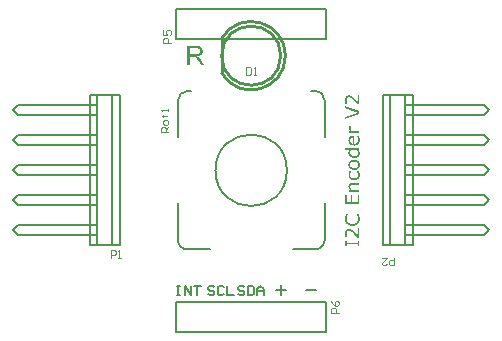
<source format=gto>
G04*
G04 #@! TF.GenerationSoftware,Altium Limited,Altium Designer,18.1.6 (161)*
G04*
G04 Layer_Color=65535*
%FSLAX25Y25*%
%MOIN*%
G70*
G01*
G75*
%ADD10C,0.01000*%
%ADD11C,0.00800*%
%ADD12C,0.00787*%
%ADD13C,0.00700*%
%ADD14C,0.00400*%
G36*
X36111Y21967D02*
X35437D01*
Y21974D01*
X35423Y21982D01*
X35386Y22026D01*
X35334Y22093D01*
X35260Y22174D01*
X35171Y22278D01*
X35075Y22389D01*
X34971Y22507D01*
X34860Y22633D01*
Y22640D01*
X34845Y22648D01*
X34808Y22692D01*
X34757Y22759D01*
X34683Y22840D01*
X34594Y22937D01*
X34498Y23047D01*
X34290Y23269D01*
X34283Y23277D01*
X34261Y23299D01*
X34231Y23329D01*
X34194Y23366D01*
X34142Y23417D01*
X34083Y23477D01*
X33950Y23603D01*
X33795Y23743D01*
X33639Y23884D01*
X33484Y24010D01*
X33410Y24069D01*
X33343Y24113D01*
X33336D01*
X33328Y24121D01*
X33306Y24135D01*
X33284Y24150D01*
X33210Y24187D01*
X33114Y24231D01*
X33003Y24269D01*
X32870Y24306D01*
X32729Y24335D01*
X32581Y24342D01*
X32574D01*
X32566D01*
X32522D01*
X32455Y24328D01*
X32366Y24313D01*
X32278Y24283D01*
X32181Y24239D01*
X32085Y24172D01*
X32004Y24091D01*
X31996Y24076D01*
X31967Y24047D01*
X31937Y23987D01*
X31893Y23913D01*
X31856Y23817D01*
X31819Y23699D01*
X31797Y23565D01*
X31789Y23410D01*
Y23358D01*
X31797Y23299D01*
X31804Y23218D01*
X31819Y23122D01*
X31834Y23018D01*
X31863Y22899D01*
X31900Y22774D01*
X31908Y22759D01*
X31922Y22715D01*
X31945Y22648D01*
X31974Y22567D01*
X32019Y22470D01*
X32078Y22359D01*
X32137Y22233D01*
X32211Y22115D01*
Y22085D01*
X31538D01*
X31530Y22093D01*
X31515Y22130D01*
X31501Y22174D01*
X31471Y22241D01*
X31441Y22330D01*
X31404Y22433D01*
X31367Y22552D01*
X31330Y22685D01*
Y22692D01*
X31323Y22700D01*
Y22722D01*
X31316Y22751D01*
X31301Y22826D01*
X31279Y22922D01*
X31264Y23033D01*
X31249Y23158D01*
X31242Y23292D01*
X31234Y23425D01*
Y23499D01*
X31242Y23543D01*
Y23610D01*
X31249Y23676D01*
X31264Y23758D01*
X31279Y23847D01*
X31323Y24024D01*
X31382Y24217D01*
X31471Y24402D01*
X31530Y24490D01*
X31589Y24572D01*
X31597Y24579D01*
X31604Y24587D01*
X31626Y24609D01*
X31656Y24638D01*
X31693Y24668D01*
X31730Y24705D01*
X31782Y24742D01*
X31841Y24787D01*
X31982Y24860D01*
X32144Y24927D01*
X32241Y24957D01*
X32337Y24979D01*
X32440Y24986D01*
X32551Y24994D01*
X32566D01*
X32596D01*
X32648D01*
X32714Y24986D01*
X32796Y24979D01*
X32884Y24964D01*
X33062Y24920D01*
X33069D01*
X33099Y24905D01*
X33143Y24890D01*
X33203Y24868D01*
X33269Y24838D01*
X33343Y24809D01*
X33506Y24720D01*
X33513Y24712D01*
X33543Y24698D01*
X33580Y24668D01*
X33632Y24638D01*
X33691Y24594D01*
X33758Y24542D01*
X33898Y24424D01*
X33906Y24417D01*
X33935Y24394D01*
X33972Y24357D01*
X34024Y24313D01*
X34083Y24246D01*
X34157Y24180D01*
X34239Y24106D01*
X34320Y24017D01*
X34335Y24002D01*
X34379Y23958D01*
X34446Y23891D01*
X34527Y23802D01*
X34631Y23691D01*
X34742Y23573D01*
X34860Y23447D01*
X34979Y23306D01*
Y23299D01*
X34993Y23292D01*
X35030Y23247D01*
X35090Y23173D01*
X35164Y23085D01*
X35252Y22981D01*
X35356Y22870D01*
X35556Y22626D01*
Y25194D01*
X36111D01*
Y21967D01*
D02*
G37*
G36*
Y19621D02*
Y18770D01*
X31330Y17031D01*
Y17705D01*
X35548Y19214D01*
X31330Y20717D01*
Y21368D01*
X36111Y19621D01*
D02*
G37*
G36*
X33180Y14612D02*
X33173Y14597D01*
Y14567D01*
X33166Y14537D01*
X33151Y14456D01*
X33136Y14360D01*
Y14338D01*
X33129Y14308D01*
Y14234D01*
X33121Y14182D01*
Y14019D01*
X33129Y13960D01*
X33136Y13894D01*
X33151Y13812D01*
X33173Y13716D01*
X33203Y13620D01*
X33247Y13524D01*
X33254Y13509D01*
X33269Y13479D01*
X33299Y13428D01*
X33336Y13368D01*
X33380Y13287D01*
X33432Y13205D01*
X33499Y13117D01*
X33565Y13028D01*
X36111D01*
Y12421D01*
X32522D01*
Y13028D01*
X33055D01*
Y13035D01*
X33040Y13043D01*
X33010Y13087D01*
X32958Y13154D01*
X32892Y13242D01*
X32825Y13339D01*
X32759Y13442D01*
X32699Y13553D01*
X32648Y13657D01*
X32640Y13672D01*
X32625Y13701D01*
X32611Y13760D01*
X32581Y13827D01*
X32559Y13916D01*
X32544Y14005D01*
X32529Y14108D01*
X32522Y14212D01*
Y14301D01*
X32529Y14375D01*
Y14404D01*
X32537Y14434D01*
Y14449D01*
X32544Y14493D01*
X32551Y14560D01*
X32566Y14656D01*
X33180D01*
Y14612D01*
D02*
G37*
G36*
X34387Y8862D02*
X34401D01*
X34446D01*
X34505Y8869D01*
X34586Y8877D01*
X34675Y8884D01*
X34771Y8906D01*
X34868Y8928D01*
X34964Y8958D01*
X34971Y8965D01*
X35001Y8973D01*
X35053Y8995D01*
X35104Y9032D01*
X35171Y9069D01*
X35238Y9113D01*
X35304Y9172D01*
X35363Y9232D01*
X35371Y9239D01*
X35386Y9261D01*
X35415Y9298D01*
X35452Y9343D01*
X35489Y9402D01*
X35526Y9469D01*
X35563Y9543D01*
X35593Y9624D01*
Y9631D01*
X35608Y9668D01*
X35615Y9713D01*
X35630Y9779D01*
X35645Y9853D01*
X35652Y9942D01*
X35667Y10031D01*
Y10201D01*
X35659Y10268D01*
X35652Y10364D01*
X35630Y10475D01*
X35608Y10601D01*
X35571Y10734D01*
X35526Y10875D01*
Y10882D01*
X35519Y10889D01*
X35504Y10934D01*
X35474Y11000D01*
X35430Y11082D01*
X35341Y11252D01*
X35282Y11333D01*
X35230Y11400D01*
Y11437D01*
X35896D01*
X35904Y11422D01*
X35918Y11385D01*
X35941Y11319D01*
X35970Y11244D01*
X36007Y11148D01*
X36037Y11037D01*
X36074Y10926D01*
X36111Y10808D01*
Y10793D01*
X36126Y10756D01*
X36133Y10689D01*
X36148Y10608D01*
X36163Y10504D01*
X36177Y10394D01*
X36185Y10268D01*
X36192Y10142D01*
Y10053D01*
X36185Y9994D01*
X36177Y9920D01*
X36170Y9831D01*
X36155Y9735D01*
X36133Y9631D01*
X36074Y9409D01*
X36037Y9291D01*
X35992Y9172D01*
X35933Y9061D01*
X35867Y8951D01*
X35793Y8839D01*
X35711Y8743D01*
X35704Y8736D01*
X35689Y8721D01*
X35659Y8699D01*
X35622Y8669D01*
X35571Y8625D01*
X35511Y8588D01*
X35437Y8544D01*
X35356Y8499D01*
X35267Y8447D01*
X35164Y8403D01*
X35053Y8366D01*
X34927Y8329D01*
X34801Y8292D01*
X34653Y8270D01*
X34505Y8255D01*
X34342Y8247D01*
X34335D01*
X34305D01*
X34261D01*
X34194Y8255D01*
X34120Y8262D01*
X34039Y8270D01*
X33943Y8285D01*
X33839Y8307D01*
X33617Y8366D01*
X33499Y8403D01*
X33380Y8447D01*
X33262Y8506D01*
X33151Y8573D01*
X33047Y8647D01*
X32944Y8728D01*
X32936Y8736D01*
X32921Y8751D01*
X32899Y8780D01*
X32862Y8817D01*
X32825Y8862D01*
X32781Y8921D01*
X32729Y8987D01*
X32685Y9069D01*
X32633Y9150D01*
X32588Y9246D01*
X32544Y9350D01*
X32507Y9469D01*
X32470Y9587D01*
X32448Y9713D01*
X32433Y9853D01*
X32426Y9994D01*
Y10061D01*
X32433Y10112D01*
X32440Y10171D01*
X32448Y10245D01*
X32463Y10319D01*
X32477Y10408D01*
X32529Y10586D01*
X32566Y10682D01*
X32603Y10771D01*
X32655Y10860D01*
X32714Y10949D01*
X32781Y11037D01*
X32855Y11111D01*
X32862Y11119D01*
X32877Y11126D01*
X32899Y11148D01*
X32936Y11170D01*
X32973Y11208D01*
X33032Y11237D01*
X33092Y11274D01*
X33166Y11311D01*
X33247Y11348D01*
X33336Y11385D01*
X33432Y11422D01*
X33543Y11452D01*
X33661Y11474D01*
X33787Y11496D01*
X33920Y11503D01*
X34061Y11511D01*
X34387D01*
Y8862D01*
D02*
G37*
G36*
X36111Y6708D02*
X35733D01*
X35741Y6694D01*
X35770Y6664D01*
X35815Y6612D01*
X35867Y6538D01*
X35918Y6457D01*
X35978Y6368D01*
X36037Y6264D01*
X36089Y6161D01*
X36096Y6146D01*
X36103Y6109D01*
X36126Y6057D01*
X36148Y5976D01*
X36170Y5887D01*
X36185Y5783D01*
X36200Y5672D01*
X36207Y5547D01*
Y5487D01*
X36200Y5443D01*
X36192Y5384D01*
X36177Y5325D01*
X36148Y5176D01*
X36089Y5014D01*
X36052Y4932D01*
X36000Y4843D01*
X35948Y4762D01*
X35881Y4681D01*
X35807Y4599D01*
X35719Y4525D01*
X35711Y4518D01*
X35696Y4510D01*
X35667Y4488D01*
X35630Y4466D01*
X35578Y4436D01*
X35519Y4407D01*
X35445Y4370D01*
X35363Y4340D01*
X35267Y4303D01*
X35164Y4266D01*
X35053Y4237D01*
X34934Y4207D01*
X34801Y4185D01*
X34660Y4163D01*
X34505Y4155D01*
X34350Y4148D01*
X34342D01*
X34327D01*
X34305D01*
X34276D01*
X34231Y4155D01*
X34187D01*
X34076Y4163D01*
X33950Y4177D01*
X33809Y4200D01*
X33669Y4229D01*
X33536Y4274D01*
X33528D01*
X33521Y4281D01*
X33476Y4296D01*
X33410Y4326D01*
X33328Y4370D01*
X33232Y4422D01*
X33129Y4481D01*
X33025Y4547D01*
X32929Y4629D01*
X32921Y4636D01*
X32892Y4666D01*
X32847Y4710D01*
X32788Y4769D01*
X32729Y4843D01*
X32670Y4932D01*
X32611Y5029D01*
X32559Y5132D01*
X32551Y5147D01*
X32537Y5184D01*
X32514Y5243D01*
X32492Y5317D01*
X32470Y5413D01*
X32448Y5517D01*
X32433Y5621D01*
X32426Y5739D01*
Y5843D01*
X32433Y5909D01*
X32440Y5991D01*
X32455Y6072D01*
X32492Y6242D01*
Y6250D01*
X32500Y6279D01*
X32514Y6323D01*
X32537Y6383D01*
X32559Y6457D01*
X32588Y6531D01*
X32670Y6708D01*
X31116D01*
Y7315D01*
X36111D01*
Y6708D01*
D02*
G37*
G36*
X34468Y3460D02*
X34542Y3452D01*
X34623Y3445D01*
X34720Y3430D01*
X34823Y3408D01*
X35045Y3356D01*
X35156Y3319D01*
X35275Y3275D01*
X35386Y3223D01*
X35497Y3164D01*
X35608Y3097D01*
X35704Y3016D01*
X35711Y3008D01*
X35726Y2994D01*
X35748Y2971D01*
X35785Y2934D01*
X35822Y2890D01*
X35859Y2831D01*
X35911Y2771D01*
X35955Y2698D01*
X36000Y2616D01*
X36044Y2520D01*
X36089Y2424D01*
X36126Y2320D01*
X36163Y2202D01*
X36185Y2076D01*
X36200Y1950D01*
X36207Y1809D01*
Y1736D01*
X36200Y1684D01*
X36192Y1617D01*
X36177Y1543D01*
X36163Y1462D01*
X36140Y1373D01*
X36081Y1180D01*
X36044Y1077D01*
X35992Y973D01*
X35933Y877D01*
X35867Y781D01*
X35793Y685D01*
X35704Y596D01*
X35696Y588D01*
X35682Y574D01*
X35652Y551D01*
X35608Y529D01*
X35563Y492D01*
X35497Y455D01*
X35423Y418D01*
X35341Y374D01*
X35245Y329D01*
X35141Y292D01*
X35030Y255D01*
X34905Y219D01*
X34771Y196D01*
X34631Y174D01*
X34483Y159D01*
X34320Y152D01*
X34313D01*
X34283D01*
X34239D01*
X34172Y159D01*
X34098Y167D01*
X34017Y174D01*
X33920Y189D01*
X33817Y211D01*
X33595Y263D01*
X33484Y300D01*
X33365Y337D01*
X33254Y389D01*
X33143Y448D01*
X33032Y514D01*
X32936Y596D01*
X32929Y603D01*
X32914Y618D01*
X32892Y640D01*
X32855Y677D01*
X32818Y722D01*
X32773Y781D01*
X32729Y840D01*
X32677Y914D01*
X32633Y1003D01*
X32588Y1092D01*
X32544Y1188D01*
X32507Y1299D01*
X32470Y1417D01*
X32448Y1536D01*
X32433Y1669D01*
X32426Y1809D01*
Y1884D01*
X32433Y1935D01*
X32440Y2002D01*
X32455Y2076D01*
X32470Y2157D01*
X32492Y2246D01*
X32514Y2335D01*
X32551Y2438D01*
X32588Y2535D01*
X32640Y2638D01*
X32699Y2734D01*
X32766Y2838D01*
X32847Y2927D01*
X32936Y3016D01*
X32944Y3023D01*
X32958Y3038D01*
X32988Y3060D01*
X33032Y3090D01*
X33084Y3119D01*
X33143Y3156D01*
X33217Y3201D01*
X33299Y3245D01*
X33395Y3282D01*
X33499Y3326D01*
X33610Y3364D01*
X33735Y3401D01*
X33869Y3423D01*
X34009Y3445D01*
X34157Y3460D01*
X34320Y3467D01*
X34327D01*
X34357D01*
X34401D01*
X34468Y3460D01*
D02*
G37*
G36*
X35896Y-381D02*
X35911Y-418D01*
X35941Y-477D01*
X35970Y-551D01*
X36007Y-640D01*
X36044Y-736D01*
X36111Y-943D01*
Y-958D01*
X36126Y-988D01*
X36133Y-1047D01*
X36148Y-1121D01*
X36163Y-1202D01*
X36177Y-1299D01*
X36185Y-1409D01*
X36192Y-1520D01*
Y-1587D01*
X36185Y-1661D01*
X36177Y-1750D01*
X36163Y-1861D01*
X36148Y-1979D01*
X36118Y-2105D01*
X36081Y-2231D01*
X36074Y-2246D01*
X36059Y-2283D01*
X36037Y-2349D01*
X35992Y-2423D01*
X35948Y-2512D01*
X35889Y-2601D01*
X35815Y-2697D01*
X35733Y-2786D01*
X35726Y-2793D01*
X35689Y-2823D01*
X35645Y-2867D01*
X35578Y-2919D01*
X35489Y-2978D01*
X35393Y-3038D01*
X35282Y-3097D01*
X35156Y-3148D01*
X35149D01*
X35141Y-3156D01*
X35119Y-3163D01*
X35090Y-3171D01*
X35016Y-3185D01*
X34919Y-3208D01*
X34801Y-3237D01*
X34653Y-3252D01*
X34498Y-3267D01*
X34327Y-3274D01*
X34320D01*
X34290D01*
X34246D01*
X34179Y-3267D01*
X34105Y-3260D01*
X34024Y-3252D01*
X33928Y-3237D01*
X33824Y-3215D01*
X33602Y-3156D01*
X33484Y-3119D01*
X33373Y-3074D01*
X33254Y-3015D01*
X33151Y-2949D01*
X33040Y-2875D01*
X32944Y-2793D01*
X32936Y-2786D01*
X32921Y-2771D01*
X32899Y-2741D01*
X32862Y-2705D01*
X32825Y-2660D01*
X32781Y-2601D01*
X32736Y-2534D01*
X32692Y-2453D01*
X32648Y-2364D01*
X32596Y-2268D01*
X32559Y-2164D01*
X32522Y-2053D01*
X32485Y-1935D01*
X32463Y-1802D01*
X32448Y-1668D01*
X32440Y-1520D01*
Y-1469D01*
X32448Y-1409D01*
Y-1328D01*
X32463Y-1232D01*
X32477Y-1136D01*
X32500Y-1025D01*
X32529Y-914D01*
X32537Y-899D01*
X32544Y-862D01*
X32566Y-810D01*
X32588Y-736D01*
X32618Y-647D01*
X32655Y-558D01*
X32744Y-366D01*
X33410D01*
Y-403D01*
X33402Y-418D01*
X33373Y-447D01*
X33336Y-507D01*
X33291Y-573D01*
X33240Y-662D01*
X33188Y-758D01*
X33129Y-862D01*
X33084Y-973D01*
X33077Y-988D01*
X33062Y-1025D01*
X33047Y-1084D01*
X33025Y-1158D01*
X33003Y-1247D01*
X32981Y-1343D01*
X32973Y-1446D01*
X32966Y-1550D01*
Y-1602D01*
X32973Y-1632D01*
Y-1676D01*
X32981Y-1728D01*
X33010Y-1839D01*
X33047Y-1972D01*
X33114Y-2105D01*
X33195Y-2238D01*
X33254Y-2297D01*
X33314Y-2357D01*
X33321D01*
X33328Y-2372D01*
X33351Y-2386D01*
X33380Y-2401D01*
X33417Y-2423D01*
X33462Y-2453D01*
X33513Y-2475D01*
X33573Y-2505D01*
X33639Y-2534D01*
X33713Y-2557D01*
X33795Y-2586D01*
X33891Y-2608D01*
X33987Y-2623D01*
X34091Y-2638D01*
X34209Y-2653D01*
X34327D01*
X34335D01*
X34357D01*
X34387D01*
X34431Y-2645D01*
X34490D01*
X34549Y-2638D01*
X34690Y-2616D01*
X34853Y-2579D01*
X35016Y-2534D01*
X35178Y-2460D01*
X35319Y-2364D01*
X35334Y-2349D01*
X35371Y-2312D01*
X35430Y-2246D01*
X35489Y-2157D01*
X35556Y-2039D01*
X35615Y-1898D01*
X35652Y-1735D01*
X35659Y-1646D01*
X35667Y-1550D01*
Y-1484D01*
X35659Y-1432D01*
Y-1380D01*
X35645Y-1313D01*
X35622Y-1180D01*
Y-1173D01*
X35615Y-1151D01*
X35600Y-1113D01*
X35593Y-1062D01*
X35548Y-951D01*
X35497Y-832D01*
Y-825D01*
X35482Y-810D01*
X35474Y-781D01*
X35452Y-751D01*
X35408Y-669D01*
X35356Y-588D01*
Y-581D01*
X35341Y-566D01*
X35312Y-521D01*
X35267Y-462D01*
X35223Y-403D01*
Y-366D01*
X35889D01*
X35896Y-381D01*
D02*
G37*
G36*
X36111Y-4791D02*
X34076D01*
X34061D01*
X34031D01*
X33987D01*
X33920D01*
X33854Y-4799D01*
X33772Y-4806D01*
X33610Y-4821D01*
X33602D01*
X33573Y-4828D01*
X33536Y-4836D01*
X33484Y-4843D01*
X33373Y-4880D01*
X33321Y-4902D01*
X33269Y-4932D01*
X33262D01*
X33247Y-4947D01*
X33225Y-4969D01*
X33195Y-4991D01*
X33129Y-5065D01*
X33069Y-5161D01*
Y-5169D01*
X33062Y-5191D01*
X33047Y-5221D01*
X33032Y-5265D01*
X33025Y-5324D01*
X33010Y-5391D01*
X33003Y-5465D01*
Y-5598D01*
X33010Y-5642D01*
X33018Y-5709D01*
X33032Y-5790D01*
X33055Y-5872D01*
X33084Y-5968D01*
X33129Y-6072D01*
X33136Y-6086D01*
X33151Y-6116D01*
X33173Y-6168D01*
X33210Y-6234D01*
X33254Y-6316D01*
X33306Y-6397D01*
X33373Y-6493D01*
X33439Y-6582D01*
X36111D01*
Y-7189D01*
X32522D01*
Y-6582D01*
X32929D01*
X32921Y-6567D01*
X32892Y-6530D01*
X32847Y-6479D01*
X32796Y-6404D01*
X32736Y-6316D01*
X32670Y-6219D01*
X32611Y-6116D01*
X32559Y-6005D01*
X32551Y-5990D01*
X32537Y-5953D01*
X32514Y-5894D01*
X32492Y-5813D01*
X32470Y-5716D01*
X32448Y-5613D01*
X32433Y-5502D01*
X32426Y-5383D01*
Y-5324D01*
X32433Y-5287D01*
Y-5235D01*
X32440Y-5184D01*
X32470Y-5050D01*
X32514Y-4910D01*
X32574Y-4762D01*
X32662Y-4621D01*
X32722Y-4555D01*
X32781Y-4495D01*
X32788Y-4488D01*
X32796Y-4481D01*
X32818Y-4466D01*
X32847Y-4443D01*
X32884Y-4421D01*
X32929Y-4399D01*
X32981Y-4369D01*
X33040Y-4340D01*
X33106Y-4310D01*
X33180Y-4281D01*
X33262Y-4259D01*
X33351Y-4236D01*
X33447Y-4214D01*
X33558Y-4199D01*
X33787Y-4185D01*
X36111D01*
Y-4791D01*
D02*
G37*
G36*
Y-11296D02*
X31330D01*
Y-8144D01*
X31893D01*
Y-10660D01*
X33203D01*
Y-8144D01*
X33765D01*
Y-10660D01*
X35548D01*
Y-8144D01*
X36111D01*
Y-11296D01*
D02*
G37*
G36*
X35770Y-14522D02*
X35785Y-14545D01*
X35800Y-14581D01*
X35815Y-14618D01*
X35867Y-14729D01*
X35918Y-14841D01*
Y-14848D01*
X35933Y-14863D01*
X35941Y-14900D01*
X35963Y-14937D01*
X35985Y-14996D01*
X36007Y-15055D01*
X36029Y-15129D01*
X36059Y-15211D01*
Y-15218D01*
X36066Y-15247D01*
X36074Y-15284D01*
X36089Y-15336D01*
X36103Y-15403D01*
X36118Y-15477D01*
X36155Y-15640D01*
Y-15647D01*
X36163Y-15677D01*
X36170Y-15729D01*
X36177Y-15788D01*
X36185Y-15862D01*
X36192Y-15950D01*
X36200Y-16039D01*
Y-16232D01*
X36192Y-16276D01*
Y-16328D01*
X36185Y-16454D01*
X36163Y-16602D01*
X36140Y-16757D01*
X36103Y-16927D01*
X36059Y-17090D01*
Y-17097D01*
X36052Y-17112D01*
X36044Y-17134D01*
X36029Y-17164D01*
X35992Y-17238D01*
X35948Y-17342D01*
X35881Y-17453D01*
X35800Y-17579D01*
X35711Y-17704D01*
X35600Y-17830D01*
X35585Y-17845D01*
X35541Y-17882D01*
X35474Y-17934D01*
X35386Y-18008D01*
X35275Y-18082D01*
X35141Y-18163D01*
X34993Y-18245D01*
X34823Y-18311D01*
X34816D01*
X34801Y-18318D01*
X34779Y-18326D01*
X34742Y-18341D01*
X34697Y-18348D01*
X34638Y-18363D01*
X34579Y-18378D01*
X34505Y-18393D01*
X34350Y-18429D01*
X34165Y-18452D01*
X33950Y-18474D01*
X33728Y-18481D01*
X33721D01*
X33698D01*
X33669D01*
X33624D01*
X33573Y-18474D01*
X33513D01*
X33447Y-18466D01*
X33373Y-18459D01*
X33210Y-18444D01*
X33032Y-18415D01*
X32847Y-18370D01*
X32670Y-18318D01*
X32662D01*
X32648Y-18311D01*
X32625Y-18304D01*
X32588Y-18289D01*
X32507Y-18245D01*
X32396Y-18193D01*
X32270Y-18126D01*
X32137Y-18045D01*
X32004Y-17948D01*
X31878Y-17838D01*
X31863Y-17823D01*
X31826Y-17786D01*
X31774Y-17719D01*
X31700Y-17630D01*
X31626Y-17527D01*
X31545Y-17401D01*
X31471Y-17260D01*
X31404Y-17105D01*
Y-17097D01*
X31397Y-17083D01*
X31390Y-17061D01*
X31375Y-17031D01*
X31367Y-16986D01*
X31353Y-16942D01*
X31316Y-16824D01*
X31286Y-16676D01*
X31264Y-16513D01*
X31242Y-16335D01*
X31234Y-16143D01*
Y-16076D01*
X31242Y-16002D01*
X31249Y-15899D01*
X31256Y-15788D01*
X31271Y-15654D01*
X31301Y-15514D01*
X31330Y-15373D01*
Y-15366D01*
X31338Y-15359D01*
Y-15336D01*
X31345Y-15307D01*
X31375Y-15225D01*
X31404Y-15122D01*
X31449Y-14996D01*
X31508Y-14848D01*
X31575Y-14685D01*
X31656Y-14515D01*
X32411D01*
Y-14567D01*
X32403Y-14574D01*
X32396Y-14581D01*
X32381Y-14604D01*
X32359Y-14633D01*
X32300Y-14715D01*
X32226Y-14811D01*
X32152Y-14929D01*
X32070Y-15063D01*
X31996Y-15203D01*
X31937Y-15351D01*
Y-15359D01*
X31930Y-15366D01*
X31922Y-15388D01*
X31915Y-15418D01*
X31885Y-15499D01*
X31856Y-15603D01*
X31834Y-15729D01*
X31804Y-15869D01*
X31789Y-16025D01*
X31782Y-16187D01*
Y-16247D01*
X31789Y-16320D01*
X31797Y-16402D01*
X31811Y-16506D01*
X31834Y-16616D01*
X31863Y-16727D01*
X31900Y-16838D01*
X31908Y-16853D01*
X31922Y-16890D01*
X31952Y-16942D01*
X31989Y-17009D01*
X32041Y-17090D01*
X32107Y-17179D01*
X32181Y-17268D01*
X32270Y-17357D01*
X32278Y-17364D01*
X32315Y-17393D01*
X32366Y-17431D01*
X32433Y-17482D01*
X32522Y-17541D01*
X32625Y-17593D01*
X32744Y-17652D01*
X32877Y-17704D01*
X32884D01*
X32892Y-17712D01*
X32914D01*
X32944Y-17719D01*
X33018Y-17741D01*
X33121Y-17763D01*
X33247Y-17786D01*
X33395Y-17800D01*
X33550Y-17815D01*
X33728Y-17823D01*
X33735D01*
X33750D01*
X33780D01*
X33809D01*
X33854Y-17815D01*
X33906D01*
X34024Y-17808D01*
X34165Y-17793D01*
X34305Y-17763D01*
X34461Y-17734D01*
X34601Y-17689D01*
X34609D01*
X34616Y-17682D01*
X34660Y-17667D01*
X34727Y-17638D01*
X34808Y-17593D01*
X34905Y-17541D01*
X35001Y-17482D01*
X35097Y-17416D01*
X35186Y-17334D01*
X35193Y-17327D01*
X35223Y-17297D01*
X35267Y-17245D01*
X35319Y-17186D01*
X35378Y-17112D01*
X35437Y-17023D01*
X35497Y-16920D01*
X35541Y-16816D01*
X35548Y-16802D01*
X35556Y-16765D01*
X35578Y-16705D01*
X35593Y-16624D01*
X35615Y-16528D01*
X35637Y-16417D01*
X35645Y-16306D01*
X35652Y-16180D01*
Y-16098D01*
X35645Y-16061D01*
Y-16017D01*
X35630Y-15899D01*
X35615Y-15766D01*
X35585Y-15625D01*
X35548Y-15470D01*
X35497Y-15322D01*
Y-15314D01*
X35489Y-15307D01*
X35482Y-15284D01*
X35467Y-15255D01*
X35430Y-15173D01*
X35378Y-15077D01*
X35312Y-14959D01*
X35230Y-14833D01*
X35134Y-14700D01*
X35023Y-14567D01*
Y-14515D01*
X35770D01*
Y-14522D01*
D02*
G37*
G36*
X36111Y-22514D02*
X35437D01*
Y-22507D01*
X35423Y-22500D01*
X35386Y-22455D01*
X35334Y-22388D01*
X35260Y-22307D01*
X35171Y-22204D01*
X35075Y-22093D01*
X34971Y-21974D01*
X34860Y-21848D01*
Y-21841D01*
X34845Y-21834D01*
X34808Y-21789D01*
X34757Y-21723D01*
X34683Y-21641D01*
X34594Y-21545D01*
X34498Y-21434D01*
X34290Y-21212D01*
X34283Y-21204D01*
X34261Y-21182D01*
X34231Y-21153D01*
X34194Y-21116D01*
X34142Y-21064D01*
X34083Y-21005D01*
X33950Y-20879D01*
X33795Y-20738D01*
X33639Y-20598D01*
X33484Y-20472D01*
X33410Y-20413D01*
X33343Y-20368D01*
X33336D01*
X33328Y-20361D01*
X33306Y-20346D01*
X33284Y-20331D01*
X33210Y-20294D01*
X33114Y-20250D01*
X33003Y-20213D01*
X32870Y-20176D01*
X32729Y-20146D01*
X32581Y-20139D01*
X32574D01*
X32566D01*
X32522D01*
X32455Y-20154D01*
X32366Y-20168D01*
X32278Y-20198D01*
X32181Y-20243D01*
X32085Y-20309D01*
X32004Y-20391D01*
X31996Y-20405D01*
X31967Y-20435D01*
X31937Y-20494D01*
X31893Y-20568D01*
X31856Y-20664D01*
X31819Y-20783D01*
X31797Y-20916D01*
X31789Y-21071D01*
Y-21123D01*
X31797Y-21182D01*
X31804Y-21264D01*
X31819Y-21360D01*
X31834Y-21463D01*
X31863Y-21582D01*
X31900Y-21708D01*
X31908Y-21723D01*
X31922Y-21767D01*
X31945Y-21834D01*
X31974Y-21915D01*
X32019Y-22011D01*
X32078Y-22122D01*
X32137Y-22248D01*
X32211Y-22366D01*
Y-22396D01*
X31538D01*
X31530Y-22388D01*
X31515Y-22352D01*
X31501Y-22307D01*
X31471Y-22241D01*
X31441Y-22152D01*
X31404Y-22048D01*
X31367Y-21930D01*
X31330Y-21797D01*
Y-21789D01*
X31323Y-21782D01*
Y-21759D01*
X31316Y-21730D01*
X31301Y-21656D01*
X31279Y-21560D01*
X31264Y-21449D01*
X31249Y-21323D01*
X31242Y-21190D01*
X31234Y-21057D01*
Y-20982D01*
X31242Y-20938D01*
Y-20872D01*
X31249Y-20805D01*
X31264Y-20723D01*
X31279Y-20635D01*
X31323Y-20457D01*
X31382Y-20265D01*
X31471Y-20080D01*
X31530Y-19991D01*
X31589Y-19909D01*
X31597Y-19902D01*
X31604Y-19895D01*
X31626Y-19873D01*
X31656Y-19843D01*
X31693Y-19813D01*
X31730Y-19776D01*
X31782Y-19739D01*
X31841Y-19695D01*
X31982Y-19621D01*
X32144Y-19554D01*
X32241Y-19525D01*
X32337Y-19502D01*
X32440Y-19495D01*
X32551Y-19488D01*
X32566D01*
X32596D01*
X32648D01*
X32714Y-19495D01*
X32796Y-19502D01*
X32884Y-19517D01*
X33062Y-19562D01*
X33069D01*
X33099Y-19577D01*
X33143Y-19591D01*
X33203Y-19613D01*
X33269Y-19643D01*
X33343Y-19673D01*
X33506Y-19761D01*
X33513Y-19769D01*
X33543Y-19784D01*
X33580Y-19813D01*
X33632Y-19843D01*
X33691Y-19887D01*
X33758Y-19939D01*
X33898Y-20057D01*
X33906Y-20065D01*
X33935Y-20087D01*
X33972Y-20124D01*
X34024Y-20168D01*
X34083Y-20235D01*
X34157Y-20302D01*
X34239Y-20376D01*
X34320Y-20464D01*
X34335Y-20479D01*
X34379Y-20524D01*
X34446Y-20590D01*
X34527Y-20679D01*
X34631Y-20790D01*
X34742Y-20909D01*
X34860Y-21034D01*
X34979Y-21175D01*
Y-21182D01*
X34993Y-21190D01*
X35030Y-21234D01*
X35090Y-21308D01*
X35164Y-21397D01*
X35252Y-21500D01*
X35356Y-21611D01*
X35556Y-21856D01*
Y-19288D01*
X36111D01*
Y-22514D01*
D02*
G37*
G36*
Y-25363D02*
X35622D01*
Y-24734D01*
X31819D01*
Y-25363D01*
X31330D01*
Y-23469D01*
X31819D01*
Y-24098D01*
X35622D01*
Y-23469D01*
X36111D01*
Y-25363D01*
D02*
G37*
G36*
X-18192Y41431D02*
X-18109D01*
X-17915Y41422D01*
X-17711Y41394D01*
X-17489Y41366D01*
X-17286Y41320D01*
X-17184Y41292D01*
X-17101Y41265D01*
X-17091D01*
X-17082Y41255D01*
X-17027Y41228D01*
X-16943Y41191D01*
X-16842Y41126D01*
X-16731Y41043D01*
X-16610Y40932D01*
X-16499Y40802D01*
X-16388Y40654D01*
Y40645D01*
X-16379Y40636D01*
X-16342Y40580D01*
X-16305Y40488D01*
X-16250Y40367D01*
X-16203Y40229D01*
X-16157Y40062D01*
X-16129Y39886D01*
X-16120Y39692D01*
Y39683D01*
Y39664D01*
Y39627D01*
X-16129Y39581D01*
Y39516D01*
X-16139Y39452D01*
X-16176Y39294D01*
X-16231Y39109D01*
X-16305Y38915D01*
X-16416Y38721D01*
X-16490Y38628D01*
X-16564Y38536D01*
X-16573Y38527D01*
X-16583Y38517D01*
X-16610Y38490D01*
X-16647Y38462D01*
X-16694Y38425D01*
X-16749Y38388D01*
X-16823Y38342D01*
X-16897Y38286D01*
X-16990Y38240D01*
X-17091Y38194D01*
X-17202Y38138D01*
X-17323Y38092D01*
X-17461Y38055D01*
X-17600Y38009D01*
X-17757Y37981D01*
X-17924Y37953D01*
X-17905Y37944D01*
X-17868Y37925D01*
X-17813Y37888D01*
X-17739Y37851D01*
X-17572Y37750D01*
X-17489Y37685D01*
X-17415Y37629D01*
X-17397Y37611D01*
X-17350Y37565D01*
X-17276Y37491D01*
X-17184Y37398D01*
X-17082Y37269D01*
X-16962Y37130D01*
X-16842Y36963D01*
X-16712Y36778D01*
X-15611Y35039D01*
X-16666D01*
X-17508Y36371D01*
Y36381D01*
X-17526Y36399D01*
X-17545Y36427D01*
X-17572Y36464D01*
X-17637Y36566D01*
X-17720Y36695D01*
X-17822Y36834D01*
X-17924Y36982D01*
X-18026Y37121D01*
X-18118Y37250D01*
X-18127Y37259D01*
X-18155Y37296D01*
X-18201Y37352D01*
X-18266Y37417D01*
X-18405Y37555D01*
X-18479Y37620D01*
X-18553Y37676D01*
X-18562Y37685D01*
X-18581Y37694D01*
X-18618Y37713D01*
X-18673Y37740D01*
X-18729Y37768D01*
X-18793Y37796D01*
X-18941Y37842D01*
X-18951D01*
X-18969Y37851D01*
X-19006D01*
X-19052Y37861D01*
X-19117Y37870D01*
X-19191D01*
X-19293Y37879D01*
X-20384D01*
Y35039D01*
X-21235D01*
Y41440D01*
X-18266D01*
X-18192Y41431D01*
D02*
G37*
%LPC*%
G36*
X33920Y10926D02*
X33913D01*
X33898D01*
X33876D01*
X33839Y10919D01*
X33758Y10911D01*
X33654Y10897D01*
X33536Y10867D01*
X33410Y10823D01*
X33291Y10763D01*
X33188Y10682D01*
X33173Y10675D01*
X33143Y10638D01*
X33106Y10578D01*
X33055Y10504D01*
X33003Y10401D01*
X32966Y10283D01*
X32936Y10135D01*
X32921Y9964D01*
Y9920D01*
X32929Y9883D01*
Y9846D01*
X32936Y9794D01*
X32958Y9683D01*
X32988Y9557D01*
X33040Y9431D01*
X33114Y9306D01*
X33210Y9187D01*
X33225Y9172D01*
X33262Y9143D01*
X33321Y9091D01*
X33410Y9039D01*
X33513Y8980D01*
X33632Y8928D01*
X33765Y8884D01*
X33920Y8862D01*
Y10926D01*
D02*
G37*
G36*
X35230Y6708D02*
X33180D01*
X33173Y6701D01*
X33166Y6664D01*
X33143Y6620D01*
X33121Y6560D01*
X33099Y6486D01*
X33077Y6412D01*
X33032Y6264D01*
Y6257D01*
X33025Y6227D01*
X33018Y6190D01*
X33010Y6138D01*
X33003Y6079D01*
X32995Y6005D01*
X32988Y5843D01*
Y5791D01*
X32995Y5761D01*
Y5717D01*
X33003Y5665D01*
X33032Y5554D01*
X33077Y5428D01*
X33136Y5295D01*
X33225Y5169D01*
X33284Y5102D01*
X33343Y5051D01*
X33351D01*
X33358Y5036D01*
X33380Y5029D01*
X33410Y5006D01*
X33447Y4984D01*
X33484Y4962D01*
X33536Y4940D01*
X33595Y4910D01*
X33661Y4880D01*
X33735Y4858D01*
X33906Y4814D01*
X34105Y4784D01*
X34335Y4769D01*
X34342D01*
X34364D01*
X34394D01*
X34438D01*
X34490Y4777D01*
X34557Y4784D01*
X34697Y4799D01*
X34853Y4821D01*
X35016Y4858D01*
X35164Y4910D01*
X35304Y4984D01*
X35319Y4992D01*
X35356Y5029D01*
X35408Y5080D01*
X35467Y5154D01*
X35526Y5251D01*
X35578Y5376D01*
X35615Y5517D01*
X35622Y5598D01*
X35630Y5687D01*
Y5731D01*
X35622Y5783D01*
X35615Y5850D01*
X35600Y5931D01*
X35585Y6020D01*
X35556Y6116D01*
X35519Y6213D01*
X35511Y6227D01*
X35497Y6257D01*
X35474Y6309D01*
X35437Y6375D01*
X35400Y6449D01*
X35349Y6531D01*
X35230Y6708D01*
D02*
G37*
G36*
X34446Y2846D02*
X34320D01*
X34313D01*
X34290D01*
X34253D01*
X34209Y2838D01*
X34150D01*
X34083Y2831D01*
X33935Y2809D01*
X33765Y2779D01*
X33595Y2727D01*
X33432Y2661D01*
X33358Y2616D01*
X33291Y2564D01*
X33284D01*
X33277Y2550D01*
X33240Y2513D01*
X33180Y2453D01*
X33121Y2365D01*
X33062Y2261D01*
X33003Y2128D01*
X32966Y1980D01*
X32951Y1898D01*
Y1765D01*
X32958Y1728D01*
Y1684D01*
X32966Y1639D01*
X32995Y1528D01*
X33032Y1402D01*
X33092Y1277D01*
X33180Y1151D01*
X33232Y1092D01*
X33291Y1040D01*
X33299D01*
X33306Y1025D01*
X33328Y1018D01*
X33358Y996D01*
X33388Y981D01*
X33432Y958D01*
X33484Y929D01*
X33550Y907D01*
X33617Y884D01*
X33691Y855D01*
X33780Y833D01*
X33869Y818D01*
X33972Y796D01*
X34076Y788D01*
X34194Y773D01*
X34320D01*
X34327D01*
X34350D01*
X34387D01*
X34431Y781D01*
X34490D01*
X34549Y788D01*
X34697Y810D01*
X34868Y840D01*
X35038Y892D01*
X35201Y958D01*
X35275Y1003D01*
X35341Y1047D01*
X35356Y1062D01*
X35393Y1099D01*
X35452Y1158D01*
X35511Y1247D01*
X35571Y1351D01*
X35630Y1484D01*
X35667Y1639D01*
X35674Y1721D01*
X35682Y1809D01*
Y1854D01*
X35674Y1891D01*
X35667Y1980D01*
X35637Y2083D01*
X35600Y2202D01*
X35541Y2327D01*
X35452Y2453D01*
X35400Y2513D01*
X35341Y2564D01*
X35334D01*
X35326Y2579D01*
X35304Y2594D01*
X35275Y2609D01*
X35238Y2631D01*
X35201Y2653D01*
X35149Y2675D01*
X35082Y2705D01*
X35016Y2734D01*
X34942Y2757D01*
X34860Y2779D01*
X34764Y2801D01*
X34668Y2823D01*
X34557Y2831D01*
X34446Y2846D01*
D02*
G37*
G36*
X-18368Y40728D02*
X-20384D01*
Y38610D01*
X-18479D01*
X-18368Y38619D01*
X-18238Y38628D01*
X-18090Y38638D01*
X-17942Y38656D01*
X-17794Y38684D01*
X-17665Y38721D01*
X-17646Y38730D01*
X-17609Y38749D01*
X-17554Y38776D01*
X-17480Y38813D01*
X-17397Y38869D01*
X-17313Y38934D01*
X-17230Y39017D01*
X-17165Y39109D01*
X-17156Y39119D01*
X-17138Y39156D01*
X-17110Y39211D01*
X-17073Y39285D01*
X-17045Y39368D01*
X-17017Y39461D01*
X-16999Y39572D01*
X-16990Y39683D01*
Y39692D01*
Y39701D01*
X-16999Y39757D01*
X-17008Y39840D01*
X-17027Y39951D01*
X-17073Y40062D01*
X-17128Y40192D01*
X-17212Y40312D01*
X-17323Y40432D01*
X-17341Y40441D01*
X-17387Y40478D01*
X-17461Y40525D01*
X-17582Y40580D01*
X-17720Y40636D01*
X-17905Y40682D01*
X-18118Y40719D01*
X-18368Y40728D01*
D02*
G37*
%LPD*%
D10*
X-9790Y32315D02*
G03*
X-9790Y44063I9790J5874D01*
G01*
X9843Y38189D02*
G03*
X9843Y38189I-9843J0D01*
G01*
X-9790Y32315D02*
Y44063D01*
D11*
X11900Y0D02*
G03*
X11900Y0I-11900J0D01*
G01*
X-24409Y-23204D02*
G03*
X-21235Y-26378I3174J0D01*
G01*
X21300Y-26378D02*
G03*
X24500Y-23204I13J3187D01*
G01*
Y23300D02*
G03*
X21300Y26400I-3150J-50D01*
G01*
X-21235D02*
G03*
X-24409Y23300I-37J-3137D01*
G01*
Y-23204D02*
Y-11024D01*
X-21235Y-26378D02*
X-13780D01*
X13780D02*
X21300D01*
X24500Y-23204D02*
Y-11024D01*
Y11024D02*
Y23300D01*
X20079Y26400D02*
X21300D01*
X-21235D02*
X-20079D01*
X-24409Y11024D02*
Y23300D01*
D12*
X77672Y18333D02*
X79339Y20000D01*
X77672Y21667D02*
X79339Y20000D01*
X77672Y8333D02*
X79339Y10000D01*
X77672Y11667D02*
X79339Y10000D01*
X77672Y-1667D02*
X79339Y0D01*
X77672Y1667D02*
X79339Y0D01*
X51339Y-8333D02*
X77673Y-8333D01*
X51339Y-1667D02*
X77673D01*
X77672Y-11667D02*
X79339Y-10000D01*
X77672Y-8333D02*
X79339Y-10000D01*
X77672Y-21667D02*
X79339Y-20000D01*
X77672Y-18333D02*
X79339Y-20000D01*
X51339Y-18333D02*
X77673D01*
X51339Y-25000D02*
Y25000D01*
Y-21667D02*
X77673D01*
X51339Y18333D02*
X77673D01*
X51339Y21667D02*
X77673Y21667D01*
X51339Y1667D02*
X77673D01*
X51339Y11667D02*
X77673D01*
X46339Y25000D02*
X51339Y25000D01*
Y8333D02*
X77673D01*
X51339Y-11667D02*
X77673D01*
X46339Y-25000D02*
X51339D01*
X46339D02*
Y25000D01*
X-46339Y-25000D02*
Y25000D01*
X-77673Y-21667D02*
X-51339Y-21667D01*
X-79339Y-20000D02*
X-77672Y-21667D01*
X-79339Y-20000D02*
X-77672Y-18333D01*
X-77673D02*
X-51339D01*
X-77673Y-11667D02*
X-51339D01*
X-79339Y-10000D02*
X-77672Y-11667D01*
X-79339Y-10000D02*
X-77672Y-8333D01*
X-77673D02*
X-51339D01*
X-77673Y-1667D02*
X-51339D01*
X-79339Y-0D02*
X-77672Y-1667D01*
X-79339Y-0D02*
X-77672Y1667D01*
X-77673D02*
X-51339D01*
X-77673Y8333D02*
X-51339Y8333D01*
X-79339Y10000D02*
X-77672Y8333D01*
X-79339Y10000D02*
X-77672Y11667D01*
X-77673D02*
X-51339D01*
X-77673Y18333D02*
X-51339D01*
X-79339Y20000D02*
X-77672Y18333D01*
X-79339Y20000D02*
X-77672Y21667D01*
X-77673D02*
X-51339D01*
Y25000D02*
X-46339D01*
X-51339Y-25000D02*
Y25000D01*
Y-25000D02*
X-46339Y-25000D01*
X25000Y-53800D02*
Y-43800D01*
X-25000Y-53800D02*
X25000D01*
X-25000Y-43800D02*
X25000D01*
X-25000Y-53800D02*
Y-43800D01*
X-53800Y25000D02*
X-43800D01*
Y-25000D02*
Y25000D01*
X-53800Y-25000D02*
Y25000D01*
Y-25000D02*
X-43800D01*
X25000Y43800D02*
Y53800D01*
X-25000Y43800D02*
X25000D01*
X-25000Y53800D02*
X25000D01*
X-25000Y43800D02*
Y53800D01*
X43800Y-25000D02*
X53800D01*
X43800D02*
Y25000D01*
X53800Y-25000D02*
Y25000D01*
X43800D02*
X53800D01*
D13*
X-12228Y-39025D02*
X-12761Y-38491D01*
X-13827D01*
X-14361Y-39025D01*
Y-39558D01*
X-13827Y-40091D01*
X-12761D01*
X-12228Y-40624D01*
Y-41157D01*
X-12761Y-41690D01*
X-13827D01*
X-14361Y-41157D01*
X-9029Y-39025D02*
X-9562Y-38491D01*
X-10628D01*
X-11162Y-39025D01*
Y-41157D01*
X-10628Y-41690D01*
X-9562D01*
X-9029Y-41157D01*
X-7963Y-38491D02*
Y-41690D01*
X-5830D01*
X-24866Y-38491D02*
X-23799D01*
X-24332D01*
Y-41690D01*
X-24866D01*
X-23799D01*
X-22200D02*
Y-38491D01*
X-20067Y-41690D01*
Y-38491D01*
X-19001D02*
X-16868D01*
X-17935D01*
Y-41690D01*
X-2228Y-39025D02*
X-2761Y-38491D01*
X-3827D01*
X-4361Y-39025D01*
Y-39558D01*
X-3827Y-40091D01*
X-2761D01*
X-2228Y-40624D01*
Y-41157D01*
X-2761Y-41690D01*
X-3827D01*
X-4361Y-41157D01*
X-1162Y-38491D02*
Y-41690D01*
X438D01*
X971Y-41157D01*
Y-39025D01*
X438Y-38491D01*
X-1162D01*
X2037Y-41690D02*
Y-39558D01*
X3104Y-38491D01*
X4170Y-39558D01*
Y-41690D01*
Y-40091D01*
X2037D01*
X18417Y-40045D02*
X21749D01*
X8180Y-40020D02*
X11513D01*
X9846Y-38354D02*
Y-41687D01*
D14*
X-26772Y42520D02*
X-29271D01*
Y43769D01*
X-28854Y44186D01*
X-28021D01*
X-27605Y43769D01*
Y42520D01*
X-29271Y46685D02*
Y45019D01*
X-28021D01*
X-28438Y45852D01*
Y46268D01*
X-28021Y46685D01*
X-27188D01*
X-26772Y46268D01*
Y45435D01*
X-27188Y45019D01*
X29134Y-47638D02*
X26635D01*
Y-46388D01*
X27051Y-45972D01*
X27884D01*
X28301Y-46388D01*
Y-47638D01*
X26635Y-43472D02*
X27051Y-44306D01*
X27884Y-45139D01*
X28717D01*
X29134Y-44722D01*
Y-43889D01*
X28717Y-43472D01*
X28301D01*
X27884Y-43889D01*
Y-45139D01*
X-1575Y34389D02*
Y31890D01*
X-325D01*
X91Y32306D01*
Y33972D01*
X-325Y34389D01*
X-1575D01*
X924Y31890D02*
X1757D01*
X1341D01*
Y34389D01*
X924Y33972D01*
X-46850Y-29134D02*
Y-26635D01*
X-45601D01*
X-45184Y-27051D01*
Y-27884D01*
X-45601Y-28301D01*
X-46850D01*
X-44351Y-29134D02*
X-43518D01*
X-43935D01*
Y-26635D01*
X-44351Y-27051D01*
X47638Y-29134D02*
Y-31633D01*
X46388D01*
X45972Y-31216D01*
Y-30384D01*
X46388Y-29967D01*
X47638D01*
X43472Y-29134D02*
X45139D01*
X43472Y-30800D01*
Y-31216D01*
X43889Y-31633D01*
X44722D01*
X45139Y-31216D01*
X-27559Y12598D02*
X-30058D01*
Y13848D01*
X-29642Y14265D01*
X-28809D01*
X-28392Y13848D01*
Y12598D01*
Y13431D02*
X-27559Y14265D01*
Y15514D02*
Y16347D01*
X-27976Y16764D01*
X-28809D01*
X-29225Y16347D01*
Y15514D01*
X-28809Y15098D01*
X-27976D01*
X-27559Y15514D01*
X-29642Y18013D02*
X-29225D01*
Y17597D01*
Y18430D01*
Y18013D01*
X-27976D01*
X-27559Y18430D01*
Y19680D02*
Y20513D01*
Y20096D01*
X-30058D01*
X-29642Y19680D01*
M02*

</source>
